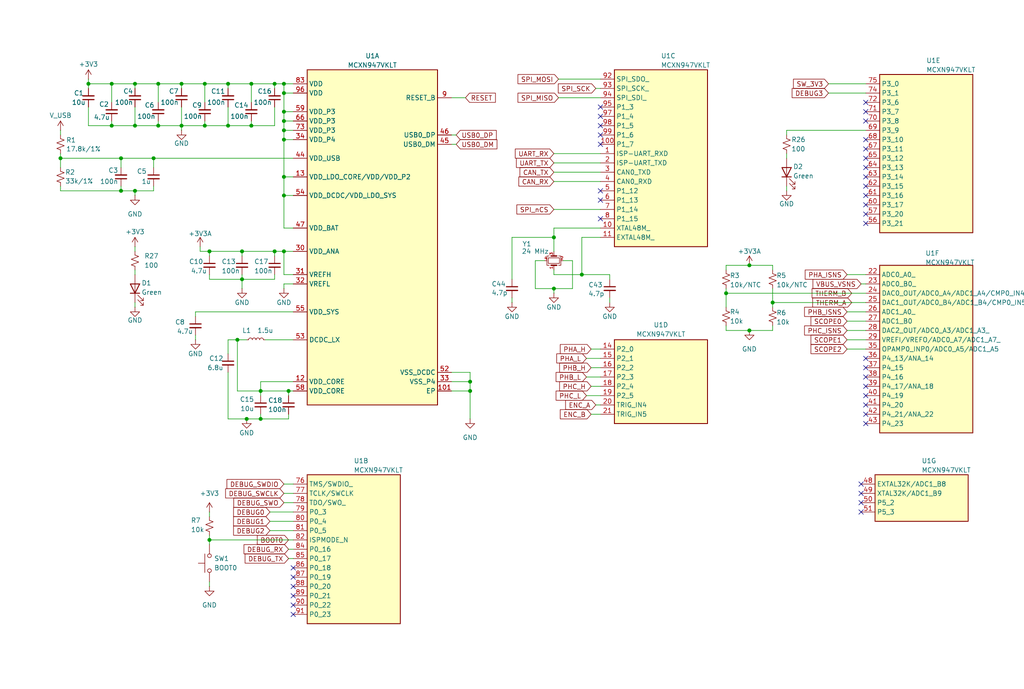
<source format=kicad_sch>
(kicad_sch (version 20250114) (generator "eeschema") (generator_version "9.0")
  (paper "User" 279.4 187.96)
  (title_block (title "OreSat Reaction Wheel Control Board (MCXN Version)") (rev "3") (company "Chris Kane-Pardy, Portland State Aerospace Society"))
  (junction (at 62.23 22.86))
  (junction (at 68.58 22.86))
  (junction (at 57.15 68.58))
  (junction (at 64.77 92.71))
  (junction (at 198.12 80.01))
  (junction (at 74.93 68.58))
  (junction (at 33.02 52.07))
  (junction (at 204.47 90.17))
  (junction (at 128.27 104.14))
  (junction (at 36.83 22.86))
  (junction (at 210.82 82.55))
  (junction (at 128.27 106.68))
  (junction (at 71.12 106.68))
  (junction (at 16.51 43.18))
  (junction (at 49.53 34.29))
  (junction (at 36.83 34.29))
  (junction (at 57.15 147.32))
  (junction (at 67.31 114.3))
  (junction (at 41.91 43.18))
  (junction (at 77.47 68.58))
  (junction (at 62.23 34.29))
  (junction (at 77.47 38.1))
  (junction (at 49.53 22.86))
  (junction (at 158.75 74.93))
  (junction (at 77.47 48.26))
  (junction (at 66.04 76.2))
  (junction (at 68.58 34.29))
  (junction (at 78.74 106.68))
  (junction (at 43.18 34.29))
  (junction (at 71.12 114.3))
  (junction (at 30.48 34.29))
  (junction (at 151.13 78.74))
  (junction (at 77.47 35.56))
  (junction (at 55.88 22.86))
  (junction (at 74.93 22.86))
  (junction (at 33.02 43.18))
  (junction (at 36.83 52.07))
  (junction (at 77.47 22.86))
  (junction (at 77.47 53.34))
  (junction (at 24.13 22.86))
  (junction (at 30.48 22.86))
  (junction (at 151.13 64.77))
  (junction (at 204.47 72.39))
  (junction (at 66.04 68.58))
  (junction (at 77.47 30.48))
  (junction (at 77.47 25.4))
  (junction (at 55.88 34.29))
  (junction (at 77.47 33.02))
  (junction (at 43.18 22.86))
  (no_connect (at 234.95 134.62))
  (no_connect (at 236.22 102.87))
  (no_connect (at 236.22 58.42))
  (no_connect (at 236.22 113.03))
  (no_connect (at 80.01 154.94))
  (no_connect (at 236.22 50.8))
  (no_connect (at 236.22 38.1))
  (no_connect (at 236.22 60.96))
  (no_connect (at 163.83 31.75))
  (no_connect (at 234.95 139.7))
  (no_connect (at 163.83 54.61))
  (no_connect (at 236.22 115.57))
  (no_connect (at 236.22 97.79))
  (no_connect (at 236.22 40.64))
  (no_connect (at 236.22 100.33))
  (no_connect (at 80.01 165.1))
  (no_connect (at 236.22 45.72))
  (no_connect (at 163.83 36.83))
  (no_connect (at 236.22 43.18))
  (no_connect (at 236.22 27.94))
  (no_connect (at 234.95 137.16))
  (no_connect (at 163.83 29.21))
  (no_connect (at 236.22 55.88))
  (no_connect (at 163.83 59.69))
  (no_connect (at 80.01 162.56))
  (no_connect (at 236.22 30.48))
  (no_connect (at 163.83 52.07))
  (no_connect (at 80.01 157.48))
  (no_connect (at 163.83 34.29))
  (no_connect (at 80.01 160.02))
  (no_connect (at 236.22 105.41))
  (no_connect (at 236.22 33.02))
  (no_connect (at 80.01 167.64))
  (no_connect (at 236.22 53.34))
  (no_connect (at 236.22 110.49))
  (no_connect (at 236.22 107.95))
  (no_connect (at 234.95 132.08))
  (no_connect (at 163.83 39.37))
  (no_connect (at 236.22 48.26))
  (wire (pts (xy 67.31 114.3) (xy 71.12 114.3)))
  (wire (pts (xy 158.75 74.93) (xy 166.37 74.93)))
  (wire (pts (xy 163.83 57.15) (xy 151.13 57.15)))
  (wire (pts (xy 71.12 106.68) (xy 71.12 107.95)))
  (wire (pts (xy 57.15 69.85) (xy 57.15 68.58)))
  (wire (pts (xy 33.02 52.07) (xy 36.83 52.07)))
  (wire (pts (xy 77.47 35.56) (xy 80.01 35.56)))
  (wire (pts (xy 80.01 22.86) (xy 77.47 22.86)))
  (wire (pts (xy 55.88 34.29) (xy 62.23 34.29)))
  (wire (pts (xy 77.47 74.93) (xy 80.01 74.93)))
  (wire (pts (xy 49.53 29.21) (xy 49.53 34.29)))
  (wire (pts (xy 66.04 74.93) (xy 66.04 76.2)))
  (wire (pts (xy 163.83 41.91) (xy 151.13 41.91)))
  (wire (pts (xy 214.63 35.56) (xy 236.22 35.56)))
  (wire (pts (xy 128.27 106.68) (xy 128.27 104.14)))
  (wire (pts (xy 55.88 27.94) (xy 55.88 22.86)))
  (wire (pts (xy 210.82 82.55) (xy 210.82 83.82)))
  (wire (pts (xy 151.13 62.23) (xy 163.83 62.23)))
  (wire (pts (xy 123.19 106.68) (xy 128.27 106.68)))
  (wire (pts (xy 198.12 90.17) (xy 204.47 90.17)))
  (wire (pts (xy 77.47 38.1) (xy 80.01 38.1)))
  (wire (pts (xy 198.12 72.39) (xy 204.47 72.39)))
  (wire (pts (xy 74.93 24.13) (xy 74.93 22.86)))
  (wire (pts (xy 57.15 139.7) (xy 57.15 140.97)))
  (wire (pts (xy 210.82 88.9) (xy 210.82 90.17)))
  (wire (pts (xy 77.47 137.16) (xy 80.01 137.16)))
  (wire (pts (xy 68.58 33.02) (xy 68.58 34.29)))
  (wire (pts (xy 214.63 50.8) (xy 214.63 52.07)))
  (wire (pts (xy 152.4 21.59) (xy 163.83 21.59)))
  (wire (pts (xy 16.51 43.18) (xy 16.51 45.72)))
  (wire (pts (xy 163.83 105.41) (xy 161.29 105.41)))
  (wire (pts (xy 54.61 68.58) (xy 54.61 67.31)))
  (wire (pts (xy 62.23 92.71) (xy 64.77 92.71)))
  (wire (pts (xy 54.61 68.58) (xy 57.15 68.58)))
  (wire (pts (xy 64.77 92.71) (xy 64.77 106.68)))
  (wire (pts (xy 77.47 38.1) (xy 77.47 35.56)))
  (wire (pts (xy 36.83 34.29) (xy 43.18 34.29)))
  (wire (pts (xy 68.58 22.86) (xy 74.93 22.86)))
  (wire (pts (xy 214.63 35.56) (xy 214.63 36.83)))
  (wire (pts (xy 153.67 71.12) (xy 156.21 71.12)))
  (wire (pts (xy 146.05 78.74) (xy 151.13 78.74)))
  (wire (pts (xy 77.47 68.58) (xy 77.47 74.93)))
  (wire (pts (xy 62.23 96.52) (xy 62.23 92.71)))
  (wire (pts (xy 62.23 34.29) (xy 62.23 29.21)))
  (wire (pts (xy 123.19 101.6) (xy 128.27 101.6)))
  (wire (pts (xy 198.12 78.74) (xy 198.12 80.01)))
  (wire (pts (xy 163.83 95.25) (xy 161.29 95.25)))
  (wire (pts (xy 36.83 24.13) (xy 36.83 22.86)))
  (wire (pts (xy 151.13 73.66) (xy 151.13 74.93)))
  (wire (pts (xy 66.04 69.85) (xy 66.04 68.58)))
  (wire (pts (xy 64.77 106.68) (xy 71.12 106.68)))
  (wire (pts (xy 71.12 106.68) (xy 78.74 106.68)))
  (wire (pts (xy 30.48 22.86) (xy 36.83 22.86)))
  (wire (pts (xy 156.21 71.12) (xy 156.21 78.74)))
  (wire (pts (xy 24.13 22.86) (xy 30.48 22.86)))
  (wire (pts (xy 43.18 34.29) (xy 43.18 33.02)))
  (wire (pts (xy 77.47 38.1) (xy 77.47 48.26)))
  (wire (pts (xy 57.15 147.32) (xy 80.01 147.32)))
  (wire (pts (xy 36.83 52.07) (xy 36.83 53.34)))
  (wire (pts (xy 36.83 82.55) (xy 36.83 83.82)))
  (wire (pts (xy 139.7 81.28) (xy 139.7 82.55)))
  (wire (pts (xy 71.12 114.3) (xy 78.74 114.3)))
  (wire (pts (xy 77.47 68.58) (xy 80.01 68.58)))
  (wire (pts (xy 231.14 90.17) (xy 236.22 90.17)))
  (wire (pts (xy 236.22 25.4) (xy 226.06 25.4)))
  (wire (pts (xy 123.19 39.37) (xy 124.46 39.37)))
  (wire (pts (xy 77.47 25.4) (xy 80.01 25.4)))
  (wire (pts (xy 41.91 45.72) (xy 41.91 43.18)))
  (wire (pts (xy 66.04 76.2) (xy 74.93 76.2)))
  (wire (pts (xy 214.63 43.18) (xy 214.63 41.91)))
  (wire (pts (xy 146.05 71.12) (xy 146.05 78.74)))
  (wire (pts (xy 166.37 81.28) (xy 166.37 82.55)))
  (wire (pts (xy 151.13 78.74) (xy 151.13 80.01)))
  (wire (pts (xy 163.83 44.45) (xy 151.13 44.45)))
  (wire (pts (xy 78.74 106.68) (xy 80.01 106.68)))
  (wire (pts (xy 30.48 34.29) (xy 36.83 34.29)))
  (wire (pts (xy 158.75 64.77) (xy 163.83 64.77)))
  (wire (pts (xy 160.02 107.95) (xy 163.83 107.95)))
  (wire (pts (xy 77.47 53.34) (xy 80.01 53.34)))
  (wire (pts (xy 74.93 68.58) (xy 77.47 68.58)))
  (wire (pts (xy 80.01 33.02) (xy 77.47 33.02)))
  (wire (pts (xy 128.27 104.14) (xy 128.27 101.6)))
  (wire (pts (xy 77.47 48.26) (xy 80.01 48.26)))
  (wire (pts (xy 231.14 92.71) (xy 236.22 92.71)))
  (wire (pts (xy 30.48 27.94) (xy 30.48 22.86)))
  (wire (pts (xy 77.47 30.48) (xy 77.47 25.4)))
  (wire (pts (xy 74.93 22.86) (xy 77.47 22.86)))
  (wire (pts (xy 24.13 22.86) (xy 24.13 24.13)))
  (wire (pts (xy 49.53 22.86) (xy 55.88 22.86)))
  (wire (pts (xy 62.23 22.86) (xy 68.58 22.86)))
  (wire (pts (xy 123.19 26.67) (xy 127 26.67)))
  (wire (pts (xy 43.18 34.29) (xy 49.53 34.29)))
  (wire (pts (xy 198.12 80.01) (xy 198.12 83.82)))
  (wire (pts (xy 77.47 33.02) (xy 77.47 30.48)))
  (wire (pts (xy 57.15 76.2) (xy 66.04 76.2)))
  (wire (pts (xy 210.82 78.74) (xy 210.82 82.55)))
  (wire (pts (xy 57.15 147.32) (xy 57.15 148.59)))
  (wire (pts (xy 160.02 102.87) (xy 163.83 102.87)))
  (wire (pts (xy 123.19 104.14) (xy 128.27 104.14)))
  (wire (pts (xy 66.04 68.58) (xy 74.93 68.58)))
  (wire (pts (xy 71.12 114.3) (xy 71.12 113.03)))
  (wire (pts (xy 163.83 46.99) (xy 151.13 46.99)))
  (wire (pts (xy 57.15 68.58) (xy 66.04 68.58)))
  (wire (pts (xy 62.23 34.29) (xy 68.58 34.29)))
  (wire (pts (xy 36.83 67.31) (xy 36.83 68.58)))
  (wire (pts (xy 74.93 29.21) (xy 74.93 34.29)))
  (wire (pts (xy 77.47 132.08) (xy 80.01 132.08)))
  (wire (pts (xy 204.47 72.39) (xy 210.82 72.39)))
  (wire (pts (xy 162.56 24.13) (xy 163.83 24.13)))
  (wire (pts (xy 33.02 45.72) (xy 33.02 43.18)))
  (wire (pts (xy 77.47 77.47) (xy 80.01 77.47)))
  (wire (pts (xy 57.15 74.93) (xy 57.15 76.2)))
  (wire (pts (xy 62.23 101.6) (xy 62.23 114.3)))
  (wire (pts (xy 77.47 35.56) (xy 77.47 33.02)))
  (wire (pts (xy 231.14 95.25) (xy 236.22 95.25)))
  (wire (pts (xy 49.53 34.29) (xy 55.88 34.29)))
  (wire (pts (xy 78.74 114.3) (xy 78.74 113.03)))
  (wire (pts (xy 77.47 30.48) (xy 80.01 30.48)))
  (wire (pts (xy 77.47 53.34) (xy 77.47 62.23)))
  (wire (pts (xy 163.83 100.33) (xy 161.29 100.33)))
  (wire (pts (xy 151.13 68.58) (xy 151.13 64.77)))
  (wire (pts (xy 148.59 71.12) (xy 146.05 71.12)))
  (wire (pts (xy 152.4 26.67) (xy 163.83 26.67)))
  (wire (pts (xy 16.51 41.91) (xy 16.51 43.18)))
  (wire (pts (xy 151.13 74.93) (xy 158.75 74.93)))
  (wire (pts (xy 16.51 52.07) (xy 33.02 52.07)))
  (wire (pts (xy 210.82 72.39) (xy 210.82 73.66)))
  (wire (pts (xy 77.47 77.47) (xy 77.47 78.74)))
  (wire (pts (xy 16.51 52.07) (xy 16.51 50.8)))
  (wire (pts (xy 72.39 92.71) (xy 80.01 92.71)))
  (wire (pts (xy 33.02 50.8) (xy 33.02 52.07)))
  (wire (pts (xy 77.47 22.86) (xy 77.47 25.4)))
  (wire (pts (xy 123.19 36.83) (xy 124.46 36.83)))
  (wire (pts (xy 198.12 73.66) (xy 198.12 72.39)))
  (wire (pts (xy 210.82 82.55) (xy 236.22 82.55)))
  (wire (pts (xy 24.13 29.21) (xy 24.13 34.29)))
  (wire (pts (xy 16.51 35.56) (xy 16.51 36.83)))
  (wire (pts (xy 53.34 85.09) (xy 53.34 86.36)))
  (wire (pts (xy 49.53 24.13) (xy 49.53 22.86)))
  (wire (pts (xy 24.13 34.29) (xy 30.48 34.29)))
  (wire (pts (xy 62.23 114.3) (xy 67.31 114.3)))
  (wire (pts (xy 53.34 91.44) (xy 53.34 92.71)))
  (wire (pts (xy 198.12 90.17) (xy 198.12 88.9)))
  (wire (pts (xy 43.18 27.94) (xy 43.18 22.86)))
  (wire (pts (xy 163.83 49.53) (xy 151.13 49.53)))
  (wire (pts (xy 236.22 87.63) (xy 231.14 87.63)))
  (wire (pts (xy 77.47 48.26) (xy 77.47 53.34)))
  (wire (pts (xy 66.04 76.2) (xy 66.04 78.74)))
  (wire (pts (xy 166.37 76.2) (xy 166.37 74.93)))
  (wire (pts (xy 33.02 43.18) (xy 41.91 43.18)))
  (wire (pts (xy 156.21 78.74) (xy 151.13 78.74)))
  (wire (pts (xy 74.93 69.85) (xy 74.93 68.58)))
  (wire (pts (xy 80.01 144.78) (xy 73.66 144.78)))
  (wire (pts (xy 36.83 29.21) (xy 36.83 34.29)))
  (wire (pts (xy 80.01 139.7) (xy 73.66 139.7)))
  (wire (pts (xy 139.7 64.77) (xy 151.13 64.77)))
  (wire (pts (xy 80.01 142.24) (xy 73.66 142.24)))
  (wire (pts (xy 236.22 77.47) (xy 234.95 77.47)))
  (wire (pts (xy 57.15 146.05) (xy 57.15 147.32)))
  (wire (pts (xy 41.91 43.18) (xy 80.01 43.18)))
  (wire (pts (xy 74.93 74.93) (xy 74.93 76.2)))
  (wire (pts (xy 78.74 107.95) (xy 78.74 106.68)))
  (wire (pts (xy 55.88 22.86) (xy 62.23 22.86)))
  (wire (pts (xy 77.47 62.23) (xy 80.01 62.23)))
  (wire (pts (xy 160.02 97.79) (xy 163.83 97.79)))
  (wire (pts (xy 139.7 64.77) (xy 139.7 76.2)))
  (wire (pts (xy 226.06 22.86) (xy 236.22 22.86)))
  (wire (pts (xy 43.18 22.86) (xy 49.53 22.86)))
  (wire (pts (xy 158.75 64.77) (xy 158.75 74.93)))
  (wire (pts (xy 128.27 114.3) (xy 128.27 106.68)))
  (wire (pts (xy 53.34 85.09) (xy 80.01 85.09)))
  (wire (pts (xy 68.58 27.94) (xy 68.58 22.86)))
  (wire (pts (xy 36.83 73.66) (xy 36.83 74.93)))
  (wire (pts (xy 71.12 104.14) (xy 80.01 104.14)))
  (wire (pts (xy 41.91 50.8) (xy 41.91 52.07)))
  (wire (pts (xy 151.13 62.23) (xy 151.13 64.77)))
  (wire (pts (xy 24.13 22.86) (xy 24.13 21.59)))
  (wire (pts (xy 16.51 43.18) (xy 33.02 43.18)))
  (wire (pts (xy 36.83 52.07) (xy 41.91 52.07)))
  (wire (pts (xy 161.29 113.03) (xy 163.83 113.03)))
  (wire (pts (xy 36.83 22.86) (xy 43.18 22.86)))
  (wire (pts (xy 49.53 35.56) (xy 49.53 34.29)))
  (wire (pts (xy 162.56 110.49) (xy 163.83 110.49)))
  (wire (pts (xy 68.58 34.29) (xy 74.93 34.29)))
  (wire (pts (xy 64.77 92.71) (xy 67.31 92.71)))
  (wire (pts (xy 78.74 152.4) (xy 80.01 152.4)))
  (wire (pts (xy 204.47 90.17) (xy 210.82 90.17)))
  (wire (pts (xy 78.74 149.86) (xy 80.01 149.86)))
  (wire (pts (xy 62.23 24.13) (xy 62.23 22.86)))
  (wire (pts (xy 30.48 34.29) (xy 30.48 33.02)))
  (wire (pts (xy 77.47 134.62) (xy 80.01 134.62)))
  (wire (pts (xy 71.12 104.14) (xy 71.12 106.68)))
  (wire (pts (xy 55.88 33.02) (xy 55.88 34.29)))
  (wire (pts (xy 236.22 85.09) (xy 231.14 85.09)))
  (wire (pts (xy 236.22 74.93) (xy 231.14 74.93)))
  (wire (pts (xy 57.15 158.75) (xy 57.15 160.02)))
  (wire (pts (xy 198.12 80.01) (xy 236.22 80.01)))
  (global_label "PHC_H" (shape input) (at 161.29 105.41 180) (property "Intersheetrefs" "${INTERSHEET_REFS}" (at 152.1362 105.41 0) (effects (justify right))))
  (global_label "PHA_H" (shape input) (at 161.29 95.25 180) (property "Intersheetrefs" "${INTERSHEET_REFS}" (at 152.3176 95.25 0) (effects (justify right))))
  (global_label "THERM_B" (shape input) (at 232.41 80.01 180) (property "Intersheetrefs" "${INTERSHEET_REFS}" (at 221.0187 80.01 0) (effects (justify right))))
  (global_label "DEBUG1" (shape input) (at 73.66 142.24 180) (property "Intersheetrefs" "${INTERSHEET_REFS}" (at 63.1758 142.24 0) (effects (justify right))))
  (global_label "DEBUG2" (shape input) (at 73.66 144.78 180) (property "Intersheetrefs" "${INTERSHEET_REFS}" (at 63.1758 144.78 0) (effects (justify right))))
  (global_label "PHB_L" (shape input) (at 160.02 102.87 180) (property "Intersheetrefs" "${INTERSHEET_REFS}" (at 151.1686 102.87 0) (effects (justify right))))
  (global_label "SCOPE0" (shape input) (at 231.14 87.63 180) (property "Intersheetrefs" "${INTERSHEET_REFS}" (at 220.7163 87.63 0) (effects (justify right))))
  (global_label "PHB_ISNS" (shape input) (at 231.14 85.09 180) (property "Intersheetrefs" "${INTERSHEET_REFS}" (at 218.9624 85.09 0) (effects (justify right))))
  (global_label "DEBUG_TX" (shape input) (at 78.74 152.4 180) (property "Intersheetrefs" "${INTERSHEET_REFS}" (at 66.3206 152.4 0) (effects (justify right))))
  (global_label "BOOT0" (shape input) (at 78.74 147.32 180) (property "Intersheetrefs" "${INTERSHEET_REFS}" (at 69.6467 147.32 0) (effects (justify right))))
  (global_label "DEBUG_SWDIO" (shape input) (at 77.47 132.08 180) (property "Intersheetrefs" "${INTERSHEET_REFS}" (at 61.3615 132.08 0) (effects (justify right))))
  (global_label "DEBUG_SWCLK" (shape input) (at 77.47 134.62 180) (property "Intersheetrefs" "${INTERSHEET_REFS}" (at 60.9987 134.62 0) (effects (justify right))))
  (global_label "UART_RX" (shape input) (at 151.13 41.91 180) (property "Intersheetrefs" "${INTERSHEET_REFS}" (at 140.041 41.91 0) (effects (justify right))))
  (global_label "DEBUG_SWO" (shape input) (at 77.47 137.16 180) (property "Intersheetrefs" "${INTERSHEET_REFS}" (at 63.2363 137.16 0) (effects (justify right))))
  (global_label "USB0_DM" (shape input) (at 124.46 39.37 0) (property "Intersheetrefs" "${INTERSHEET_REFS}" (at 136.1537 39.37 0) (effects (justify left))))
  (global_label "SCOPE1" (shape input) (at 231.14 92.71 180) (property "Intersheetrefs" "${INTERSHEET_REFS}" (at 220.7163 92.71 0) (effects (justify right))))
  (global_label "PHC_L" (shape input) (at 160.02 107.95 180) (property "Intersheetrefs" "${INTERSHEET_REFS}" (at 151.1686 107.95 0) (effects (justify right))))
  (global_label "SPI_MOSI" (shape input) (at 152.4 21.59 180) (property "Intersheetrefs" "${INTERSHEET_REFS}" (at 140.7667 21.59 0) (effects (justify right))))
  (global_label "PHB_H" (shape input) (at 161.29 100.33 180) (property "Intersheetrefs" "${INTERSHEET_REFS}" (at 152.1362 100.33 0) (effects (justify right))))
  (global_label "PHA_ISNS" (shape input) (at 231.14 74.93 180) (property "Intersheetrefs" "${INTERSHEET_REFS}" (at 219.1438 74.93 0) (effects (justify right))))
  (global_label "PHA_L" (shape input) (at 160.02 97.79 180) (property "Intersheetrefs" "${INTERSHEET_REFS}" (at 151.35 97.79 0) (effects (justify right))))
  (global_label "CAN_RX" (shape input) (at 151.13 49.53 180) (property "Intersheetrefs" "${INTERSHEET_REFS}" (at 141.0086 49.53 0) (effects (justify right))))
  (global_label "VBUS_VSNS" (shape input) (at 234.95 77.47 180) (property "Intersheetrefs" "${INTERSHEET_REFS}" (at 221.2605 77.47 0) (effects (justify right))))
  (global_label "PHC_ISNS" (shape input) (at 231.14 90.17 180) (property "Intersheetrefs" "${INTERSHEET_REFS}" (at 218.9624 90.17 0) (effects (justify right))))
  (global_label "SPI_MISO" (shape input) (at 152.4 26.67 180) (property "Intersheetrefs" "${INTERSHEET_REFS}" (at 140.7667 26.67 0) (effects (justify right))))
  (global_label "DEBUG_RX" (shape input) (at 78.74 149.86 180) (property "Intersheetrefs" "${INTERSHEET_REFS}" (at 66.0182 149.86 0) (effects (justify right))))
  (global_label "RESET" (shape input) (at 127 26.67 0) (property "Intersheetrefs" "${INTERSHEET_REFS}" (at 135.7303 26.67 0) (effects (justify left))))
  (global_label "DEBUG0" (shape input) (at 73.66 139.7 180) (property "Intersheetrefs" "${INTERSHEET_REFS}" (at 63.1758 139.7 0) (effects (justify right))))
  (global_label "UART_TX" (shape input) (at 151.13 44.45 180) (property "Intersheetrefs" "${INTERSHEET_REFS}" (at 140.3434 44.45 0) (effects (justify right))))
  (global_label "SPI_nCS" (shape input) (at 151.13 57.15 180) (property "Intersheetrefs" "${INTERSHEET_REFS}" (at 140.4644 57.15 0) (effects (justify right))))
  (global_label "USB0_DP" (shape input) (at 124.46 36.83 0) (property "Intersheetrefs" "${INTERSHEET_REFS}" (at 135.9723 36.83 0) (effects (justify left))))
  (global_label "THERM_A" (shape input) (at 232.41 82.55 180) (property "Intersheetrefs" "${INTERSHEET_REFS}" (at 221.2001 82.55 0) (effects (justify right))))
  (global_label "CAN_TX" (shape input) (at 151.13 46.99 180) (property "Intersheetrefs" "${INTERSHEET_REFS}" (at 141.311 46.99 0) (effects (justify right))))
  (global_label "SW_3V3" (shape input) (at 226.06 22.86 180) (property "Intersheetrefs" "${INTERSHEET_REFS}" (at 215.9387 22.86 0) (effects (justify right))))
  (global_label "DEBUG3" (shape input) (at 226.06 25.4 180) (property "Intersheetrefs" "${INTERSHEET_REFS}" (at 215.5758 25.4 0) (effects (justify right))))
  (global_label "ENC_B" (shape input) (at 161.29 113.03 180) (property "Intersheetrefs" "${INTERSHEET_REFS}" (at 152.3177 113.03 0) (effects (justify right))))
  (global_label "ENC_A" (shape input) (at 162.56 110.49 180) (property "Intersheetrefs" "${INTERSHEET_REFS}" (at 153.7691 110.49 0) (effects (justify right))))
  (global_label "SCOPE2" (shape input) (at 231.14 95.25 180) (property "Intersheetrefs" "${INTERSHEET_REFS}" (at 220.7163 95.25 0) (effects (justify right))))
  (global_label "SPI_SCK" (shape input) (at 162.56 24.13 180) (property "Intersheetrefs" "${INTERSHEET_REFS}" (at 151.7734 24.13 0) (effects (justify right))))
  (symbol (lib_id "power:+3V3") (at 57.15 139.7 0) (unit 1)
    (property "Reference" "#PWR013" (effects (hide yes)))
    (property "Value" "+3V3" (at 57.15 134.62 0))
  )
  (symbol (lib_id "oresat-ics:MCXN947VKLT") (at 252.73 95.25 0) (unit 6)
    (property "Reference" "U1" (at 252.476 69.088 0) (effects (justify left)))
    (property "Value" "MCXN947VKLT" (at 252.476 71.628 0) (effects (justify left)))
    (property "Footprint" "oresat-ics:MCXN947KVLT-QFP50P1600X1600X160-101N" (effects (hide yes)))
    (property "Datasheet" "https://www.nxp.com/docs/en/data-sheet/MCXNx4xDS.pdf" (effects (hide yes)))
    (property "Description" "ARM Microcontrollers - MCU MCXN10, 100HLQFP (also MCXN947VNLT)" (effects (hide yes)))
    (property "MFR" "NXP" (effects (hide yes)))
    (property "MPN" "MCXN947VKLT" (effects (hide yes)))
    (property "Mfg" "NXP" (effects (hide yes)))
    (property "Mfg P/N" "MCXN947VKLT" (effects (hide yes)))
    (pin "23" (alternate "ADC0_B0 "))
    (pin "22" (alternate "ADC0_A0 "))
    (pin "25" (alternate "DAC1_OUT/ADC0_B4/ADC1_B4/CMP0_IN5N/CMP1_IN5N/CMP2_IN5N"))
    (pin "24" (alternate "DAC0_OUT/ADC0_A4/ADC1_A4/CMP0_IN4N/CMP1_IN4N/CMP2_IN4N"))
    (pin "26" (alternate "ADC1_A0 "))
    (pin "28" (alternate "DAC2_OUT/ADC0_A3/ADC1_A3 "))
    (pin "29" (alternate "VREFI/VREFO/ADC0_A7/ADC1_A7 "))
    (pin "27" (alternate "ADC1_B0"))
    (pin "35" (alternate "OPAMP0_INP0/ADC0_A5/ADC1_A5"))
  )
  (symbol (lib_id "power:GND") (at 139.7 82.55 0) (unit 1)
    (property "Reference" "#PWR077" (effects (hide yes)))
    (property "Value" "GND" (at 139.7 86.36 0))
    (property "Description" "Power symbol creates a global label with name \"GND\" , ground" (effects (hide yes)))
  )
  (symbol (lib_id "MCXN-rev-3-symbols:+3V3A") (at 204.47 72.39 0) (unit 1)
    (property "Reference" "#PWR03" (effects (hide yes)))
    (property "Value" "+3V3A" (at 204.47 68.58 0))
    (property "Description" "Power symbol creates a global label with name \"+3V3\"" (effects (hide yes)))
  )
  (symbol (lib_id "power:GND") (at 67.31 114.3 0) (unit 1)
    (property "Reference" "#PWR010" (effects (hide yes)))
    (property "Value" "GND" (at 67.31 118.11 0))
    (property "Description" "Power symbol creates a global label with name \"GND\" , ground" (effects (hide yes)))
  )
  (symbol (lib_id "Device:C_Small") (at 74.93 72.39 0) (unit 1)
    (property "Reference" "C17" (at 69.342 71.374 0) (effects (justify left)))
    (property "Value" "100n" (at 69.342 73.914 0) (effects (justify left)))
    (property "Footprint" "Capacitor_SMD:C_0402_1005Metric" (effects (hide yes)))
    (property "Datasheet" "https://search.murata.co.jp/Ceramy/image/img/A01X/G101/ENG/GRM155R61A104KA01-01.pdf" (effects (hide yes)))
    (property "Dist" "Digikey" (effects (hide yes)))
    (property "Dist P/N" "490-6297-2-ND" (effects (hide yes)))
    (property "Mfg" "Murata Electronics" (effects (hide yes)))
    (property "Mfg P/N" "GRM155R61A104KA01J" (effects (hide yes)))
  )
  (symbol (lib_id "Device:C_Small") (at 74.93 26.67 0) (mirror x) (unit 1)
    (property "Reference" "C16" (at 74.168 24.892 0) (effects (justify right)))
    (property "Value" "100n" (at 74.168 27.94 0) (effects (justify right)))
    (property "Footprint" "Capacitor_SMD:C_0402_1005Metric" (effects (hide yes)))
    (property "Datasheet" "https://search.murata.co.jp/Ceramy/image/img/A01X/G101/ENG/GRM155R61A104KA01-01.pdf" (effects (hide yes)))
    (property "Dist" "Digikey" (effects (hide yes)))
    (property "Dist P/N" "490-6297-2-ND" (effects (hide yes)))
    (property "Mfg" "Murata Electronics" (effects (hide yes)))
    (property "Mfg P/N" "GRM155R61A104KA01J" (effects (hide yes)))
  )
  (symbol (lib_id "power:GND") (at 36.83 83.82 0) (unit 1)
    (property "Reference" "#PWR079" (effects (hide yes)))
    (property "Value" "GND" (at 36.83 87.376 0))
  )
  (symbol (lib_id "oresat-ics:MCXN947VKLT") (at 180.34 43.18 0) (unit 3)
    (property "Reference" "U1" (at 180.34 15.24 0) (effects (justify left)))
    (property "Value" "MCXN947VKLT" (at 180.34 17.78 0) (effects (justify left)))
    (property "Footprint" "oresat-ics:MCXN947KVLT-QFP50P1600X1600X160-101N" (effects (hide yes)))
    (property "Datasheet" "https://www.nxp.com/docs/en/data-sheet/MCXNx4xDS.pdf" (effects (hide yes)))
    (property "Description" "ARM Microcontrollers - MCU MCXN10, 100HLQFP (also MCXN947VNLT)" (effects (hide yes)))
    (property "MFR" "NXP" (effects (hide yes)))
    (property "MPN" "MCXN947VKLT" (effects (hide yes)))
    (property "Mfg" "NXP" (effects (hide yes)))
    (property "Mfg P/N" "MCXN947VKLT" (effects (hide yes)))
    (pin "1" (alternate "ISP-UART_RXD"))
    (pin "2" (alternate "ISP-UART_TXD"))
    (pin "92" (alternate "SPI_SDO "))
    (pin "93" (alternate "SPI_SCK "))
    (pin "94" (alternate "SPI_SDI "))
    (pin "3" (alternate "CAN0_TXD"))
    (pin "4" (alternate "CAN0_RXD"))
    (pin "10" (alternate "XTAL48M "))
    (pin "11" (alternate "EXTAL48M "))
  )
  (symbol (lib_id "power:GND") (at 36.83 53.34 0) (unit 1)
    (property "Reference" "#PWR05" (effects (hide yes)))
    (property "Value" "GND" (at 36.83 58.42 0))
  )
  (symbol (lib_id "Device:L_Small") (at 69.85 92.71 90) (unit 1)
    (property "Reference" "L1" (at 67.31 90.17 90))
    (property "Value" "1.5u" (at 72.39 90.17 90))
    (property "Footprint" "Inductor_SMD:L_0805_2012Metric" (effects (hide yes)))
    (property "Datasheet" "https://www.bourns.com/docs/product-datasheets/srp2012tma.pdf" (effects (hide yes)))
    (property "Description" "1.5 µH Shielded Inductor 2.9 A 84mOhm Max 0806 (2016 Metric) Flat Wire" (effects (hide yes)))
    (property "MFR" "Bourns Inc." (effects (hide yes)))
    (property "MPN" "SRP2012TMA-1R5M" (effects (hide yes)))
    (property "Dist" "Digikey" (effects (hide yes)))
    (property "Dist P/N" "118-SRP2012TMA-1R5MTR-ND" (effects (hide yes)))
    (property "Mfg" "Bourns Inc." (effects (hide yes)))
    (property "Mfg P/N" "SRP2012TMA-1R5M" (effects (hide yes)))
  )
  (symbol (lib_id "power:GND") (at 166.37 82.55 0) (unit 1)
    (property "Reference" "#PWR075" (effects (hide yes)))
    (property "Value" "GND" (at 166.37 86.36 0))
    (property "Description" "Power symbol creates a global label with name \"GND\" , ground" (effects (hide yes)))
  )
  (symbol (lib_id "power:GND") (at 53.34 92.71 0) (unit 1)
    (property "Reference" "#PWR07" (effects (hide yes)))
    (property "Value" "GND" (at 53.34 96.52 0))
  )
  (symbol (lib_id "power:+3V3") (at 24.13 21.59 0) (unit 1)
    (property "Reference" "#PWR02" (effects (hide yes)))
    (property "Value" "+3V3" (at 24.13 17.526 0))
  )
  (symbol (lib_id "MCXN-rev-3-symbols:+3V3A") (at 54.61 67.31 0) (unit 1)
    (property "Reference" "#PWR08" (effects (hide yes)))
    (property "Value" "+3V3A" (at 54.61 63.754 0))
    (property "Description" "Power symbol creates a global label with name \"+3V3\"" (effects (hide yes)))
  )
  (symbol (lib_id "Device:R_Small_US") (at 214.63 39.37 0) (unit 1)
    (property "Reference" "R26" (at 215.9 38.1 0) (effects (justify left)))
    (property "Value" "100" (at 215.9 40.64 0) (effects (justify left)))
    (property "Footprint" "Resistor_SMD:R_0402_1005Metric" (effects (hide yes)))
    (property "Datasheet" "https://www.yageogroup.com/content/Resource%20Library/Datasheet/PYU-SR_20105_ROHS_L.pdf" (effects (hide yes)))
    (property "Description" "Resistor, small US symbol" (effects (hide yes)))
    (property "Dist" "Digikey" (effects (hide yes)))
    (property "Dist P/N" "YAG5814TR-ND" (effects (hide yes)))
    (property "Mfg" "Yageo" (effects (hide yes)))
    (property "Mfg P/N" "SR0402FR-7T100RL" (effects (hide yes)))
  )
  (symbol (lib_id "power:GND") (at 66.04 78.74 0) (unit 1)
    (property "Reference" "#PWR09" (effects (hide yes)))
    (property "Value" "GND" (at 66.04 82.55 0))
  )
  (symbol (lib_id "Device:C_Small") (at 41.91 48.26 0) (unit 1)
    (property "Reference" "C5" (at 37.338 46.736 0) (effects (justify left)))
    (property "Value" "1u" (at 38.608 49.53 0) (effects (justify left)))
    (property "Footprint" "Capacitor_SMD:C_0402_1005Metric" (effects (hide yes)))
    (property "Datasheet" "https://search.murata.co.jp/Ceramy/image/img/A01X/G101/ENG/GRT155R61A105KE01-01.pdf" (effects (hide yes)))
    (property "Dist" "Digikey" (effects (hide yes)))
    (property "Dist P/N" "490-GRT155R61A105KE01DTR-ND" (effects (hide yes)))
    (property "Mfg" "Murata Electronics" (effects (hide yes)))
    (property "Mfg P/N" "GRT155R61A105KE01D" (effects (hide yes)))
  )
  (symbol (lib_id "Device:C_Small") (at 30.48 30.48 0) (mirror x) (unit 1)
    (property "Reference" "C2" (at 29.718 28.448 0) (effects (justify right)))
    (property "Value" "4.7u" (at 29.972 32.004 0) (effects (justify right)))
    (property "Footprint" "Capacitor_SMD:C_0603_1608Metric" (effects (hide yes)))
    (property "Datasheet" "https://search.murata.co.jp/Ceramy/image/img/A01X/G101/ENG/GRM185R61A475KE11-01.pdf" (effects (hide yes)))
    (property "Dist" "Digikey" (effects (hide yes)))
    (property "Dist P/N" "490-11988-2-ND" (effects (hide yes)))
    (property "Mfg" "Murata Electronics" (effects (hide yes)))
    (property "Mfg P/N" "GRM185R61A475KE11D" (effects (hide yes)))
  )
  (symbol (lib_id "Device:C_Small") (at 43.18 30.48 0) (mirror x) (unit 1)
    (property "Reference" "C6" (at 42.164 28.702 0) (effects (justify right)))
    (property "Value" "100n" (at 42.418 31.75 0) (effects (justify right)))
    (property "Footprint" "Capacitor_SMD:C_0402_1005Metric" (effects (hide yes)))
    (property "Datasheet" "https://search.murata.co.jp/Ceramy/image/img/A01X/G101/ENG/GRM155R61A104KA01-01.pdf" (effects (hide yes)))
    (property "Dist" "Digikey" (effects (hide yes)))
    (property "Dist P/N" "490-6297-2-ND" (effects (hide yes)))
    (property "Mfg" "Murata Electronics" (effects (hide yes)))
    (property "Mfg P/N" "GRM155R61A104KA01J" (effects (hide yes)))
  )
  (symbol (lib_id "Device:C_Small") (at 78.74 110.49 0) (unit 1)
    (property "Reference" "C18" (at 73.152 109.22 0) (effects (justify left)))
    (property "Value" "100n" (at 73.152 111.76 0) (effects (justify left)))
    (property "Footprint" "Capacitor_SMD:C_0402_1005Metric" (effects (hide yes)))
    (property "Datasheet" "https://search.murata.co.jp/Ceramy/image/img/A01X/G101/ENG/GRM155R61A104KA01-01.pdf" (effects (hide yes)))
    (property "Description" "Unpolarized capacitor, small symbol" (effects (hide yes)))
    (property "Dist" "Digikey" (effects (hide yes)))
    (property "Dist P/N" "490-6297-2-ND" (effects (hide yes)))
    (property "Mfg" "Murata Electronics" (effects (hide yes)))
    (property "Mfg P/N" "GRM155R61A104KA01J" (effects (hide yes)))
  )
  (symbol (lib_id "Device:Crystal_GND24_Small") (at 151.13 71.12 90) (unit 1)
    (property "Reference" "Y1" (at 143.764 66.548 90))
    (property "Value" "24 MHz" (at 146.05 68.58 90))
    (property "Footprint" "Crystal:Crystal_SMD_2016-4Pin_2.0x1.6mm" (effects (hide yes)))
    (property "Datasheet" "https://www.we-online.com/components/products/datasheet/830108212309.pdf" (effects (hide yes)))
    (property "Description" "24 MHz ±10ppm Crystal 8pF 100 Ohms 4-SMD, No Lead" (effects (hide yes)))
    (property "MFR" "Wurth" (effects (hide yes)))
    (property "MPN" "830108212309" (effects (hide yes)))
    (property "DIS" "DIgiKey" (effects (hide yes)))
    (property "DPN" "1923-830108212309CT-ND" (effects (hide yes)))
    (property "Dist" "Digikey" (effects (hide yes)))
    (property "Dist P/N" "1923-830108212309CT-ND" (effects (hide yes)))
    (property "Mfg" "Wurth" (effects (hide yes)))
    (property "Mfg P/N" "830108212309" (effects (hide yes)))
  )
  (symbol (lib_id "power:+3V3") (at 16.51 35.56 0) (unit 1)
    (property "Reference" "#PWR01" (effects (hide yes)))
    (property "Value" "V_USB" (at 16.51 31.496 0))
  )
  (symbol (lib_id "Device:C_Small") (at 68.58 30.48 0) (mirror x) (unit 1)
    (property "Reference" "C14" (at 67.818 28.702 0) (effects (justify right)))
    (property "Value" "100n" (at 67.818 31.75 0) (effects (justify right)))
    (property "Footprint" "Capacitor_SMD:C_0402_1005Metric" (effects (hide yes)))
    (property "Datasheet" "https://search.murata.co.jp/Ceramy/image/img/A01X/G101/ENG/GRM155R61A104KA01-01.pdf" (effects (hide yes)))
    (property "Dist" "Digikey" (effects (hide yes)))
    (property "Dist P/N" "490-6297-2-ND" (effects (hide yes)))
    (property "Mfg" "Murata Electronics" (effects (hide yes)))
    (property "Mfg P/N" "GRM155R61A104KA01J" (effects (hide yes)))
  )
  (symbol (lib_id "oresat-ics:MCXN947VKLT") (at 96.52 149.86 0) (unit 2)
    (property "Reference" "U1" (at 96.52 125.73 0) (effects (justify left)))
    (property "Value" "MCXN947VKLT" (at 96.52 128.27 0) (effects (justify left)))
    (property "Footprint" "oresat-ics:MCXN947KVLT-QFP50P1600X1600X160-101N" (effects (hide yes)))
    (property "Datasheet" "https://www.nxp.com/docs/en/data-sheet/MCXNx4xDS.pdf" (effects (hide yes)))
    (property "Description" "ARM Microcontrollers - MCU MCXN10, 100HLQFP (also MCXN947VNLT)" (effects (hide yes)))
    (property "MFR" "NXP" (effects (hide yes)))
    (property "MPN" "MCXN947VKLT" (effects (hide yes)))
    (property "Mfg" "NXP" (effects (hide yes)))
    (property "Mfg P/N" "MCXN947VKLT" (effects (hide yes)))
    (pin "76" (alternate "TMS/SWDIO "))
    (pin "78" (alternate "TDO/SWO "))
    (pin "82" (alternate "ISPMODE_N"))
    (pin "77" (alternate "TCLK/SWCLK"))
  )
  (symbol (lib_id "Device:C_Small") (at 49.53 26.67 0) (mirror x) (unit 1)
    (property "Reference" "C7" (at 48.768 24.892 0) (effects (justify right)))
    (property "Value" "100n" (at 48.768 27.94 0) (effects (justify right)))
    (property "Footprint" "Capacitor_SMD:C_0402_1005Metric" (effects (hide yes)))
    (property "Datasheet" "https://search.murata.co.jp/Ceramy/image/img/A01X/G101/ENG/GRM155R61A104KA01-01.pdf" (effects (hide yes)))
    (property "Dist" "Digikey" (effects (hide yes)))
    (property "Dist P/N" "490-6297-2-ND" (effects (hide yes)))
    (property "Mfg" "Murata Electronics" (effects (hide yes)))
    (property "Mfg P/N" "GRM155R61A104KA01J" (effects (hide yes)))
  )
  (symbol (lib_id "Device:R_Small_US") (at 16.51 39.37 180) (unit 1)
    (property "Reference" "R1" (at 18.034 38.2157 0) (effects (justify right)))
    (property "Value" "17.8k/1%" (at 18.034 40.64 0) (effects (justify right)))
    (property "Footprint" "Resistor_SMD:R_0603_1608Metric" (effects (hide yes)))
    (property "Datasheet" "https://industrial.panasonic.com/cdbs/www-data/pdf/RDP0000/AOA0000C337.pdf" (effects (hide yes)))
    (property "Description" "Resistor, small US symbol" (effects (hide yes)))
    (property "Dist" "Digikey" (effects (hide yes)))
    (property "Dist P/N" "10-ERJ-UP3F1782VTR-ND" (effects (hide yes)))
    (property "Mfg" "Panasonic" (effects (hide yes)))
    (property "Mfg P/N" "ERJ-UP3F1782V" (effects (hide yes)))
  )
  (symbol (lib_id "oresat-ics:MCXN947VKLT") (at 101.6 64.77 0) (unit 1)
    (property "Reference" "U1" (at 101.6 15.24 0))
    (property "Value" "MCXN947VKLT" (at 101.6 17.78 0))
    (property "Footprint" "oresat-ics:MCXN947KVLT-QFP50P1600X1600X160-101N" (effects (hide yes)))
    (property "Datasheet" "https://www.nxp.com/docs/en/data-sheet/MCXNx4xDS.pdf" (effects (hide yes)))
    (property "Description" "ARM Microcontrollers - MCU MCXN10, 100HLQFP (also MCXN947VNLT)" (effects (hide yes)))
    (property "MFR" "NXP" (effects (hide yes)))
    (property "MPN" "MCXN947VKLT" (effects (hide yes)))
    (property "Mfg" "NXP" (effects (hide yes)))
    (property "Mfg P/N" "MCXN947VKLT" (effects (hide yes)))
  )
  (symbol (lib_id "Device:R_Small_US") (at 210.82 76.2 0) (unit 1)
    (property "Reference" "R5" (at 211.836 75.184 0) (effects (justify left)))
    (property "Value" "10k/NTC" (at 211.836 77.724 0) (effects (justify left)))
    (property "Footprint" "Resistor_SMD:R_0402_1005Metric" (effects (hide yes)))
    (property "Datasheet" "https://pim.murata.com/en-us/pim/details/?partNum=NCU15XH103F6SRC&displayChangeClass=productDetailPrint" (effects (hide yes)))
    (property "Dist" "Digikey" (effects (hide yes)))
    (property "Dist P/N" "490-NCU15XH103F6SRCTR-ND" (effects (hide yes)))
    (property "Mfg" "Murata Electronics" (effects (hide yes)))
    (property "Mfg P/N" "NCU15XH103F6SRC" (effects (hide yes)))
  )
  (symbol (lib_id "Device:R_Small_US") (at 36.83 71.12 0) (unit 1)
    (property "Reference" "R27" (at 39.37 69.8499 0) (effects (justify left)))
    (property "Value" "100" (at 39.37 72.3899 0) (effects (justify left)))
    (property "Footprint" "Resistor_SMD:R_0402_1005Metric" (effects (hide yes)))
    (property "Datasheet" "https://www.yageogroup.com/content/Resource%20Library/Datasheet/PYU-SR_20105_ROHS_L.pdf" (effects (hide yes)))
    (property "Description" "Resistor, small US symbol" (effects (hide yes)))
    (property "Dist" "Digikey" (effects (hide yes)))
    (property "Dist P/N" "YAG5814TR-ND" (effects (hide yes)))
    (property "Mfg" "Yageo" (effects (hide yes)))
    (property "Mfg P/N" "SR0402FR-7T100RL" (effects (hide yes)))
  )
  (symbol (lib_id "Device:R_Small_US") (at 210.82 86.36 0) (unit 1)
    (property "Reference" "R6" (at 211.836 85.344 0) (effects (justify left)))
    (property "Value" "10k" (at 211.836 87.884 0) (effects (justify left)))
    (property "Footprint" "Resistor_SMD:R_0402_1005Metric" (effects (hide yes)))
    (property "Datasheet" "https://www.yageogroup.com/content/datasheet/asset/file/PYU-AC_51_ROHS_L" (effects (hide yes)))
    (property "Dist" "Digikey" (effects (hide yes)))
    (property "Dist P/N" "13-AC0402DR-0710KLTR-ND" (effects (hide yes)))
    (property "Mfg" "Yageo" (effects (hide yes)))
    (property "Mfg P/N" "AC0402DR-0710KL " (effects (hide yes)))
  )
  (symbol (lib_id "Device:C_Small") (at 66.04 72.39 0) (unit 1)
    (property "Reference" "C13" (at 60.452 71.374 0) (effects (justify left)))
    (property "Value" "100n" (at 60.452 73.914 0) (effects (justify left)))
    (property "Footprint" "Capacitor_SMD:C_0402_1005Metric" (effects (hide yes)))
    (property "Datasheet" "https://search.murata.co.jp/Ceramy/image/img/A01X/G101/ENG/GRM155R61A104KA01-01.pdf" (effects (hide yes)))
    (property "Dist" "Digikey" (effects (hide yes)))
    (property "Dist P/N" "490-6297-2-ND" (effects (hide yes)))
    (property "Mfg" "Murata Electronics" (effects (hide yes)))
    (property "Mfg P/N" "GRM155R61A104KA01J" (effects (hide yes)))
  )
  (symbol (lib_id "power:GND") (at 151.13 80.01 0) (unit 1)
    (property "Reference" "#PWR076" (effects (hide yes)))
    (property "Value" "GND" (at 151.13 83.82 0))
    (property "Description" "Power symbol creates a global label with name \"GND\" , ground" (effects (hide yes)))
  )
  (symbol (lib_id "Device:C_Small") (at 53.34 88.9 0) (unit 1)
    (property "Reference" "C8" (at 47.752 87.884 0) (effects (justify left)))
    (property "Value" "4.7u" (at 48.26 90.424 0) (effects (justify left)))
    (property "Footprint" "Capacitor_SMD:C_0603_1608Metric" (effects (hide yes)))
    (property "Datasheet" "https://search.murata.co.jp/Ceramy/image/img/A01X/G101/ENG/GRM185R61A475KE11-01.pdf" (effects (hide yes)))
    (property "Dist" "Digikey" (effects (hide yes)))
    (property "Dist P/N" "490-11988-2-ND" (effects (hide yes)))
    (property "Mfg" "Murata Electronics" (effects (hide yes)))
    (property "Mfg P/N" "GRM185R61A475KE11D" (effects (hide yes)))
  )
  (symbol (lib_id "Device:C_Small") (at 57.15 72.39 0) (unit 1)
    (property "Reference" "C10" (at 51.562 71.374 0) (effects (justify left)))
    (property "Value" "4.7u" (at 52.07 73.914 0) (effects (justify left)))
    (property "Footprint" "Capacitor_SMD:C_0603_1608Metric" (effects (hide yes)))
    (property "Datasheet" "https://search.murata.co.jp/Ceramy/image/img/A01X/G101/ENG/GRM185R61A475KE11-01.pdf" (effects (hide yes)))
    (property "Dist" "Digikey" (effects (hide yes)))
    (property "Dist P/N" "490-11988-2-ND" (effects (hide yes)))
    (property "Mfg" "Murata Electronics" (effects (hide yes)))
    (property "Mfg P/N" "GRM185R61A475KE11D" (effects (hide yes)))
  )
  (symbol (lib_id "Device:C_Small") (at 62.23 99.06 0) (mirror y) (unit 1)
    (property "Reference" "C12" (at 60.96 97.79 0) (effects (justify left)))
    (property "Value" "6.8u" (at 60.96 100.33 0) (effects (justify left)))
    (property "Footprint" "Capacitor_SMD:C_1206_3216Metric" (effects (hide yes)))
    (property "Datasheet" "https://product.tdk.com/system/files/dam/doc/product/capacitor/ceramic/mlcc/catalog/mlcc_automotive_general_en.pdf" (effects (hide yes)))
    (property "Description" "Unpolarized capacitor, small symbol" (effects (hide yes)))
    (property "Dist" "Digikey" (effects (hide yes)))
    (property "Dist P/N" "445-12905-2-ND" (effects (hide yes)))
    (property "Mfg" "TDK Corporation" (effects (hide yes)))
    (property "Mfg P/N" "CGA5L1X7R1C685M160AC" (effects (hide yes)))
  )
  (symbol (lib_id "Device:C_Small") (at 62.23 26.67 0) (mirror x) (unit 1)
    (property "Reference" "C11" (at 61.468 24.892 0) (effects (justify right)))
    (property "Value" "100n" (at 61.468 27.94 0) (effects (justify right)))
    (property "Footprint" "Capacitor_SMD:C_0402_1005Metric" (effects (hide yes)))
    (property "Datasheet" "https://search.murata.co.jp/Ceramy/image/img/A01X/G101/ENG/GRM155R61A104KA01-01.pdf" (effects (hide yes)))
    (property "Dist" "Digikey" (effects (hide yes)))
    (property "Dist P/N" "490-6297-2-ND" (effects (hide yes)))
    (property "Mfg" "Murata Electronics" (effects (hide yes)))
    (property "Mfg P/N" "GRM155R61A104KA01J" (effects (hide yes)))
  )
  (symbol (lib_id "oresat-ics:MCXN947VKLT") (at 251.46 135.89 0) (unit 7)
    (property "Reference" "U1" (at 251.46 125.73 0) (effects (justify left)))
    (property "Value" "MCXN947VKLT" (at 251.46 128.27 0) (effects (justify left)))
    (property "Footprint" "oresat-ics:MCXN947KVLT-QFP50P1600X1600X160-101N" (effects (hide yes)))
    (property "Datasheet" "https://www.nxp.com/docs/en/data-sheet/MCXNx4xDS.pdf" (effects (hide yes)))
    (property "Description" "ARM Microcontrollers - MCU MCXN10, 100HLQFP (also MCXN947VNLT)" (effects (hide yes)))
    (property "MFR" "NXP" (effects (hide yes)))
    (property "MPN" "MCXN947VKLT" (effects (hide yes)))
    (property "Mfg" "NXP" (effects (hide yes)))
    (property "Mfg P/N" "MCXN947VKLT" (effects (hide yes)))
    (pin "49" (alternate "XTAL32K/ADC1_B9"))
    (pin "48" (alternate "EXTAL32K/ADC1_B8"))
  )
  (symbol (lib_id "power:GND") (at 214.63 52.07 0) (unit 1)
    (property "Reference" "#PWR080" (effects (hide yes)))
    (property "Value" "GND" (at 214.63 55.626 0))
  )
  (symbol (lib_id "Device:R_Small_US") (at 57.15 143.51 0) (unit 1)
    (property "Reference" "R7" (at 52.07 141.986 0) (effects (justify left)))
    (property "Value" "10k" (at 52.07 144.526 0) (effects (justify left)))
    (property "Footprint" "Resistor_SMD:R_0402_1005Metric" (effects (hide yes)))
    (property "Datasheet" "https://www.yageogroup.com/content/datasheet/asset/file/PYU-AC_51_ROHS_L" (effects (hide yes)))
    (property "Dist" "Digikey" (effects (hide yes)))
    (property "Dist P/N" "13-AC0402DR-0710KLTR-ND" (effects (hide yes)))
    (property "Mfg" "Yageo" (effects (hide yes)))
    (property "Mfg P/N" "AC0402DR-0710KL " (effects (hide yes)))
  )
  (symbol (lib_id "Device:C_Small") (at 36.83 26.67 0) (mirror x) (unit 1)
    (property "Reference" "C4" (at 36.322 24.892 0) (effects (justify right)))
    (property "Value" "100n" (at 36.322 27.94 0) (effects (justify right)))
    (property "Footprint" "Capacitor_SMD:C_0402_1005Metric" (effects (hide yes)))
    (property "Datasheet" "https://search.murata.co.jp/Ceramy/image/img/A01X/G101/ENG/GRM155R61A104KA01-01.pdf" (effects (hide yes)))
    (property "Dist" "Digikey" (effects (hide yes)))
    (property "Dist P/N" "490-6297-2-ND" (effects (hide yes)))
    (property "Mfg" "Murata Electronics" (effects (hide yes)))
    (property "Mfg P/N" "GRM155R61A104KA01J" (effects (hide yes)))
  )
  (symbol (lib_id "power:GND") (at 77.47 78.74 0) (unit 1)
    (property "Reference" "#PWR011" (effects (hide yes)))
    (property "Value" "GND" (at 77.47 82.55 0))
  )
  (symbol (lib_id "Device:C_Small") (at 55.88 30.48 0) (mirror x) (unit 1)
    (property "Reference" "C9" (at 55.118 28.702 0) (effects (justify right)))
    (property "Value" "100n" (at 55.118 31.75 0) (effects (justify right)))
    (property "Footprint" "Capacitor_SMD:C_0402_1005Metric" (effects (hide yes)))
    (property "Datasheet" "https://search.murata.co.jp/Ceramy/image/img/A01X/G101/ENG/GRM155R61A104KA01-01.pdf" (effects (hide yes)))
    (property "Dist" "Digikey" (effects (hide yes)))
    (property "Dist P/N" "490-6297-2-ND" (effects (hide yes)))
    (property "Mfg" "Murata Electronics" (effects (hide yes)))
    (property "Mfg P/N" "GRM155R61A104KA01J" (effects (hide yes)))
  )
  (symbol (lib_id "power:GND") (at 49.53 35.56 0) (unit 1)
    (property "Reference" "#PWR06" (effects (hide yes)))
    (property "Value" "GND" (at 49.53 39.116 0))
  )
  (symbol (lib_id "Device:C_Small") (at 33.02 48.26 0) (mirror x) (unit 1)
    (property "Reference" "C3" (at 32.258 46.482 0) (effects (justify right)))
    (property "Value" "100n" (at 32.258 49.53 0) (effects (justify right)))
    (property "Footprint" "Capacitor_SMD:C_0402_1005Metric" (effects (hide yes)))
    (property "Datasheet" "https://search.murata.co.jp/Ceramy/image/img/A01X/G101/ENG/GRM155R61A104KA01-01.pdf" (effects (hide yes)))
    (property "Dist" "Digikey" (effects (hide yes)))
    (property "Dist P/N" "490-6297-2-ND" (effects (hide yes)))
    (property "Mfg" "Murata Electronics" (effects (hide yes)))
    (property "Mfg P/N" "GRM155R61A104KA01J" (effects (hide yes)))
  )
  (symbol (lib_id "oresat-ics:MCXN947VKLT") (at 252.73 41.91 0) (unit 5)
    (property "Reference" "U1" (at 252.73 16.51 0) (effects (justify left)))
    (property "Value" "MCXN947VKLT" (at 252.73 19.05 0) (effects (justify left)))
    (property "Footprint" "oresat-ics:MCXN947KVLT-QFP50P1600X1600X160-101N" (effects (hide yes)))
    (property "Datasheet" "https://www.nxp.com/docs/en/data-sheet/MCXNx4xDS.pdf" (effects (hide yes)))
    (property "Description" "ARM Microcontrollers - MCU MCXN10, 100HLQFP (also MCXN947VNLT)" (effects (hide yes)))
    (property "MFR" "NXP" (effects (hide yes)))
    (property "MPN" "MCXN947VKLT" (effects (hide yes)))
    (property "Mfg" "NXP" (effects (hide yes)))
    (property "Mfg P/N" "MCXN947VKLT" (effects (hide yes)))
  )
  (symbol (lib_id "power:+3V3") (at 36.83 67.31 0) (unit 1)
    (property "Reference" "#PWR078" (effects (hide yes)))
    (property "Value" "+3V3" (at 36.83 63.246 0))
  )
  (symbol (lib_id "Device:LED") (at 214.63 46.99 90) (unit 1)
    (property "Reference" "D2" (at 216.408 45.466 90) (effects (justify right)))
    (property "Value" "Green" (at 216.408 48.006 90) (effects (justify right)))
    (property "Footprint" "LED_SMD:LED_0603_1608Metric" (effects (hide yes)))
    (property "Datasheet" "https://www.we-online.com/components/products/datasheet/150060VS55040.pdf" (effects (hide yes)))
    (property "Description" "Light emitting diode" (effects (hide yes)))
    (property "Sim.Pins" "1=K 2=A" (effects (hide yes)))
    (property "Dist" "Digikey" (effects (hide yes)))
    (property "Dist P/N" "732-12017-2-ND" (effects (hide yes)))
    (property "Mfg" "Wurth" (effects (hide yes)))
    (property "Mfg P/N" "150060VS55040" (effects (hide yes)))
  )
  (symbol (lib_id "Device:LED") (at 36.83 78.74 90) (unit 1)
    (property "Reference" "D1" (at 38.608 77.216 90) (effects (justify right)))
    (property "Value" "Green" (at 38.608 79.756 90) (effects (justify right)))
    (property "Footprint" "LED_SMD:LED_0603_1608Metric" (effects (hide yes)))
    (property "Datasheet" "https://www.we-online.com/components/products/datasheet/150060VS55040.pdf" (effects (hide yes)))
    (property "Description" "Light emitting diode" (effects (hide yes)))
    (property "Sim.Pins" "1=K 2=A" (effects (hide yes)))
    (property "Dist" "Digikey" (effects (hide yes)))
    (property "Dist P/N" "732-12017-2-ND" (effects (hide yes)))
    (property "Mfg" "Wurth" (effects (hide yes)))
    (property "Mfg P/N" "150060VS55040" (effects (hide yes)))
  )
  (symbol (lib_id "oresat-ics:MCXN947VKLT") (at 180.34 104.14 0) (unit 4)
    (property "Reference" "U1" (at 180.34 88.646 0))
    (property "Value" "MCXN947VKLT" (at 180.34 91.186 0))
    (property "Footprint" "oresat-ics:MCXN947KVLT-QFP50P1600X1600X160-101N" (effects (hide yes)))
    (property "Datasheet" "https://www.nxp.com/docs/en/data-sheet/MCXNx4xDS.pdf" (effects (hide yes)))
    (property "Description" "ARM Microcontrollers - MCU MCXN10, 100HLQFP (also MCXN947VNLT)" (effects (hide yes)))
    (property "MFR" "NXP" (effects (hide yes)))
    (property "MPN" "MCXN947VKLT" (effects (hide yes)))
    (property "Mfg" "NXP" (effects (hide yes)))
    (property "Mfg P/N" "MCXN947VKLT" (effects (hide yes)))
    (pin "20" (alternate "TRIG_IN4"))
    (pin "21" (alternate "TRIG_IN5"))
  )
  (symbol (lib_id "Device:R_Small_US") (at 198.12 86.36 0) (unit 1)
    (property "Reference" "R4" (at 199.136 85.09 0) (effects (justify left)))
    (property "Value" "10k" (at 199.136 87.63 0) (effects (justify left)))
    (property "Footprint" "Resistor_SMD:R_0402_1005Metric" (effects (hide yes)))
    (property "Datasheet" "https://www.yageogroup.com/content/datasheet/asset/file/PYU-AC_51_ROHS_L" (effects (hide yes)))
    (property "Dist" "Digikey" (effects (hide yes)))
    (property "Dist P/N" "13-AC0402DR-0710KLTR-ND" (effects (hide yes)))
    (property "Mfg" "Yageo" (effects (hide yes)))
    (property "Mfg P/N" "AC0402DR-0710KL " (effects (hide yes)))
  )
  (symbol (lib_id "Device:R_Small_US") (at 198.12 76.2 0) (unit 1)
    (property "Reference" "R3" (at 199.136 75.184 0) (effects (justify left)))
    (property "Value" "10k/NTC" (at 199.136 77.724 0) (effects (justify left)))
    (property "Footprint" "Resistor_SMD:R_0402_1005Metric" (effects (hide yes)))
    (property "Datasheet" "https://pim.murata.com/en-us/pim/details/?partNum=NCU15XH103F6SRC&displayChangeClass=productDetailPrint" (effects (hide yes)))
    (property "Dist" "Digikey" (effects (hide yes)))
    (property "Dist P/N" "490-NCU15XH103F6SRCTR-ND" (effects (hide yes)))
    (property "Mfg" "Murata Electronics" (effects (hide yes)))
    (property "Mfg P/N" "NCU15XH103F6SRC" (effects (hide yes)))
  )
  (symbol (lib_id "Device:C_Small") (at 71.12 110.49 0) (mirror y) (unit 1)
    (property "Reference" "C15" (at 69.342 108.966 0) (effects (justify left)))
    (property "Value" "10u" (at 69.342 111.506 0) (effects (justify left)))
    (property "Footprint" "Capacitor_SMD:C_0603_1608Metric" (effects (hide yes)))
    (property "Datasheet" "https://search.murata.co.jp/Ceramy/image/img/A01X/G101/ENG/GRM188R61A106KE69-01.pdf" (effects (hide yes)))
    (property "Description" "Unpolarized capacitor, small symbol" (effects (hide yes)))
    (property "Dist" "Digikey" (effects (hide yes)))
    (property "Dist P/N" "490-14372-2-ND" (effects (hide yes)))
    (property "Mfg" "Murata Electronics" (effects (hide yes)))
    (property "Mfg P/N" "GRM188R61A106KE69J" (effects (hide yes)))
  )
  (symbol (lib_id "power:GND") (at 128.27 114.3 0) (unit 1)
    (property "Reference" "#PWR012" (effects (hide yes)))
    (property "Value" "GND" (at 128.27 119.38 0))
  )
  (symbol (lib_id "Device:C_Small") (at 166.37 78.74 0) (unit 1)
    (property "Reference" "C43" (at 160.528 77.724 0) (effects (justify left)))
    (property "Value" "4.7p" (at 160.528 80.1483 0) (effects (justify left)))
    (property "Footprint" "oresat-passives:0603-C-NOSILK" (effects (hide yes)))
    (property "Datasheet" "https://search.murata.co.jp/Ceramy/image/img/A01X/G101/ENG/GRM1885C1H4R7WA01-01A.pdf" (effects (hide yes)))
    (property "Description" "4.7 pF ±0.05pF 50V Ceramic Capacitor C0G, NP0 0603 (1608 Metric)" (effects (hide yes)))
    (property "MFR" "Murata" (effects (hide yes)))
    (property "MPN" "GRM1885C1H4R7WA01D" (effects (hide yes)))
    (property "DIS" "DigiKey" (effects (hide yes)))
    (property "DPN" "490-GRM1885C1H4R7WA01DCT-ND" (effects (hide yes)))
    (property "Dist" "Digikey" (effects (hide yes)))
    (property "Dist P/N" "490-GRM1885C1H4R7WA01DCT-ND" (effects (hide yes)))
    (property "Mfg" "Murata Electronics" (effects (hide yes)))
    (property "Mfg P/N" "GRM1885C1H4R7WA01D" (effects (hide yes)))
  )
  (symbol (lib_id "power:GND") (at 57.15 160.02 0) (unit 1)
    (property "Reference" "#PWR014" (effects (hide yes)))
    (property "Value" "GND" (at 57.15 165.1 0))
  )
  (symbol (lib_id "Switch:SW_Push") (at 57.15 153.67 90) (unit 1)
    (property "Reference" "SW1" (at 58.42 152.3999 90) (effects (justify right)))
    (property "Value" "BOOT0" (at 58.42 154.9399 90) (effects (justify right)))
    (property "Footprint" "Button_Switch_SMD:SW_Push_SPST_NO_Alps_SKRK" (effects (hide yes)))
    (property "Datasheet" "https://tech.alpsalpine.com/cms.media/product_spec_skrkage020_en_9d3590da18.pdf" (effects (hide yes)))
    (property "Description" "Push button switch, generic, two pins" (effects (hide yes)))
    (property "Dist" "Digikey" (effects (hide yes)))
    (property "Dist P/N" "4809-SKRKAGE020TR-ND" (effects (hide yes)))
    (property "Mfg" "Alps Alpine" (effects (hide yes)))
    (property "Mfg P/N" "SKRKAGE020" (effects (hide yes)))
  )
  (symbol (lib_id "power:GND") (at 204.47 90.17 0) (unit 1)
    (property "Reference" "#PWR04" (effects (hide yes)))
    (property "Value" "GND" (at 204.47 95.25 0))
  )
  (symbol (lib_id "Device:C_Small") (at 139.7 78.74 0) (unit 1)
    (property "Reference" "C44" (at 134.112 77.47 0) (effects (justify left)))
    (property "Value" "4.7p" (at 134.112 79.8943 0) (effects (justify left)))
    (property "Footprint" "oresat-passives:0603-C-NOSILK" (effects (hide yes)))
    (property "Datasheet" "https://search.murata.co.jp/Ceramy/image/img/A01X/G101/ENG/GRM1885C1H4R7WA01-01A.pdf" (effects (hide yes)))
    (property "Description" "4.7 pF ±0.05pF 50V Ceramic Capacitor C0G, NP0 0603 (1608 Metric)" (effects (hide yes)))
    (property "MFR" "Murata" (effects (hide yes)))
    (property "MPN" "GRM1885C1H4R7WA01D" (effects (hide yes)))
    (property "DIS" "DigiKey" (effects (hide yes)))
    (property "DPN" "490-GRM1885C1H4R7WA01DCT-ND" (effects (hide yes)))
    (property "Dist" "Digikey" (effects (hide yes)))
    (property "Dist P/N" "490-GRM1885C1H4R7WA01DCT-ND" (effects (hide yes)))
    (property "Mfg" "Murata Electronics" (effects (hide yes)))
    (property "Mfg P/N" "GRM1885C1H4R7WA01D" (effects (hide yes)))
  )
  (symbol (lib_id "Device:C_Small") (at 24.13 26.67 0) (mirror x) (unit 1)
    (property "Reference" "C1" (at 22.86 25.4 0) (effects (justify right)))
    (property "Value" "10u" (at 23.368 27.94 0) (effects (justify right)))
    (property "Footprint" "Capacitor_SMD:C_0603_1608Metric" (effects (hide yes)))
    (property "Datasheet" "https://search.murata.co.jp/Ceramy/image/img/A01X/G101/ENG/GRM188R61A106KE69-01.pdf" (effects (hide yes)))
    (property "Dist" "Digikey" (effects (hide yes)))
    (property "Dist P/N" "490-14372-2-ND" (effects (hide yes)))
    (property "Mfg" "Murata Electronics" (effects (hide yes)))
    (property "Mfg P/N" "GRM188R61A106KE69J" (effects (hide yes)))
  )
  (symbol (lib_id "Device:R_Small_US") (at 16.51 48.26 180) (unit 1)
    (property "Reference" "R2" (at 17.78 46.99 0) (effects (justify right)))
    (property "Value" "33k/1%" (at 17.78 49.4143 0) (effects (justify right)))
    (property "Footprint" "Resistor_SMD:R_0603_1608Metric" (effects (hide yes)))
    (property "Datasheet" "https://industrial.panasonic.com/cdbs/www-data/pdf/RDP0000/AOA0000C337.pdf" (effects (hide yes)))
    (property "Description" "Resistor, small US symbol" (effects (hide yes)))
    (property "Dist" "Digikey" (effects (hide yes)))
    (property "Dist P/N" "10-ERJ-UP3F3302VTR-ND" (effects (hide yes)))
    (property "Mfg" "Panasonic" (effects (hide yes)))
    (property "Mfg P/N" "ERJ-UP3F3302V" (effects (hide yes)))
  )
)
</source>
